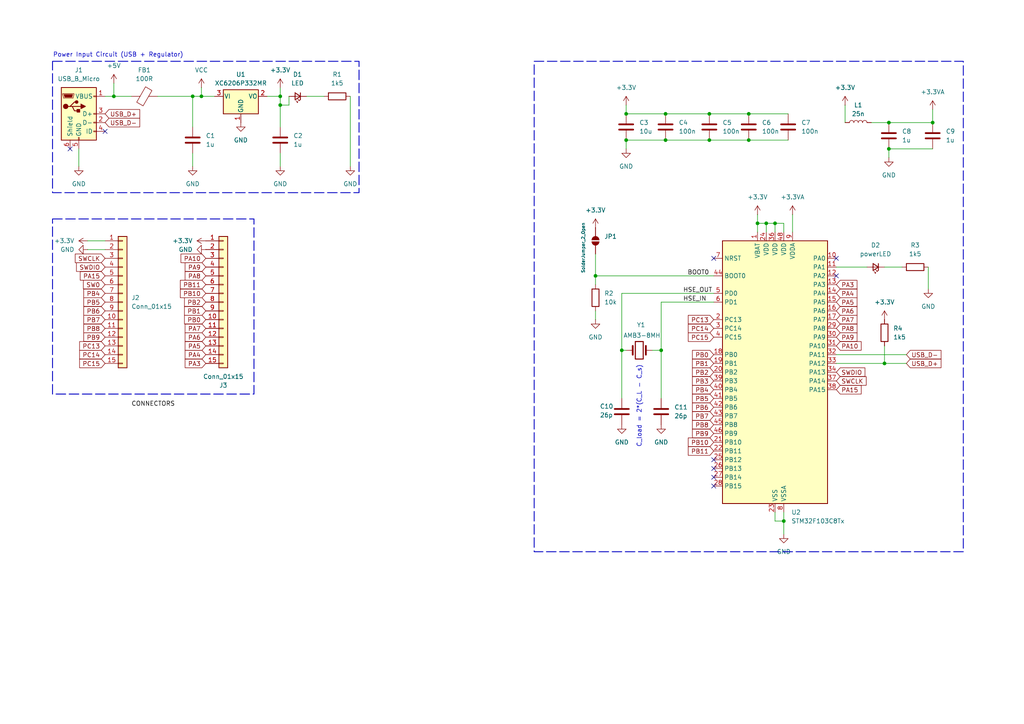
<source format=kicad_sch>
(kicad_sch (version 20231120) (generator "eeschema") (generator_version "8.0")
  (paper "A4")
  (lib_symbols
    (symbol "Connector:USB_B_Micro" (pin_names (offset 1.016))
      (property "Reference" "J" (at -5.08 11.43 0))
      (property "Value" "USB_B_Micro" (at -5.08 8.89 0))
      (symbol "USB_B_Micro_0_1"
        (rectangle (start -5.08 -7.62) (end 5.08 7.62) (stroke (width 0.254)) (fill (type background)))
        (circle (center -3.81 2.159) (radius 0.635) (stroke (width 0.254)) (fill (type outline)))
        (circle (center -0.635 3.429) (radius 0.381) (stroke (width 0.254)) (fill (type outline)))
        (rectangle (start -0.127 -7.62) (end 0.127 -6.858))
        (polyline (pts (xy -1.905 2.159) (xy 0.635 2.159)) (stroke (width 0.254)))
        (polyline (pts (xy -3.175 2.159) (xy -2.54 2.159) (xy -1.27 3.429) (xy -0.635 3.429)) (stroke (width 0.254)))
        (polyline (pts (xy -2.54 2.159) (xy -1.905 2.159) (xy -1.27 0.889) (xy 0 0.889)) (stroke (width 0.254)))
        (polyline (pts (xy 0.635 2.794) (xy 0.635 1.524) (xy 1.905 2.159) (xy 0.635 2.794)) (stroke (width 0.254)) (fill (type outline)))
        (polyline (pts (xy -4.318 5.588) (xy -1.778 5.588) (xy -2.032 4.826) (xy -4.064 4.826) (xy -4.318 5.588)) (fill (type outline)))
        (polyline (pts (xy -4.699 5.842) (xy -4.699 5.588) (xy -4.445 4.826) (xy -4.445 4.572) (xy -1.651 4.572) (xy -1.651 4.826) (xy -1.397 5.588) (xy -1.397 5.842) (xy -4.699 5.842)))
        (rectangle (start 0.254 1.27) (end -0.508 0.508) (stroke (width 0.254)) (fill (type outline)))
        (rectangle (start 5.08 -5.207) (end 4.318 -4.953))
        (rectangle (start 5.08 -2.667) (end 4.318 -2.413))
        (rectangle (start 5.08 -0.127) (end 4.318 0.127))
        (rectangle (start 5.08 4.953) (end 4.318 5.207))
      )
      (symbol "USB_B_Micro_1_1"
        (pin power_out line (at 7.62 5.08 180) (length 2.54) (name "VBUS") (number "1"))
        (pin bidirectional line (at 7.62 -2.54 180) (length 2.54) (name "D-") (number "2"))
        (pin bidirectional line (at 7.62 0 180) (length 2.54) (name "D+") (number "3"))
        (pin passive line (at 7.62 -5.08 180) (length 2.54) (name "ID") (number "4"))
        (pin power_out line (at 0 -10.16 90) (length 2.54) (name "GND") (number "5"))
        (pin passive line (at -2.54 -10.16 90) (length 2.54) (name "Shield") (number "6"))
      )
    )
    (symbol "Connector_Generic:Conn_01x15" (pin_names (offset 1.016) hide)
      (property "Reference" "J" (at 0 20.32 0))
      (property "Value" "Conn_01x15" (at 0 -20.32 0))
      (symbol "Conn_01x15_1_1"
        (rectangle (start -1.27 -17.653) (end 0 -17.907) (stroke (width 0.1524)))
        (rectangle (start -1.27 -15.113) (end 0 -15.367) (stroke (width 0.1524)))
        (rectangle (start -1.27 -12.573) (end 0 -12.827) (stroke (width 0.1524)))
        (rectangle (start -1.27 -10.033) (end 0 -10.287) (stroke (width 0.1524)))
        (rectangle (start -1.27 -7.493) (end 0 -7.747) (stroke (width 0.1524)))
        (rectangle (start -1.27 -4.953) (end 0 -5.207) (stroke (width 0.1524)))
        (rectangle (start -1.27 -2.413) (end 0 -2.667) (stroke (width 0.1524)))
        (rectangle (start -1.27 0.127) (end 0 -0.127) (stroke (width 0.1524)))
        (rectangle (start -1.27 2.667) (end 0 2.413) (stroke (width 0.1524)))
        (rectangle (start -1.27 5.207) (end 0 4.953) (stroke (width 0.1524)))
        (rectangle (start -1.27 7.747) (end 0 7.493) (stroke (width 0.1524)))
        (rectangle (start -1.27 10.287) (end 0 10.033) (stroke (width 0.1524)))
        (rectangle (start -1.27 12.827) (end 0 12.573) (stroke (width 0.1524)))
        (rectangle (start -1.27 15.367) (end 0 15.113) (stroke (width 0.1524)))
        (rectangle (start -1.27 17.907) (end 0 17.653) (stroke (width 0.1524)))
        (rectangle (start -1.27 19.05) (end 1.27 -19.05) (stroke (width 0.254)) (fill (type background)))
        (pin passive line (at -5.08 17.78 0) (length 3.81) (name "Pin_1") (number "1"))
        (pin passive line (at -5.08 -5.08 0) (length 3.81) (name "Pin_10") (number "10"))
        (pin passive line (at -5.08 -7.62 0) (length 3.81) (name "Pin_11") (number "11"))
        (pin passive line (at -5.08 -10.16 0) (length 3.81) (name "Pin_12") (number "12"))
        (pin passive line (at -5.08 -12.7 0) (length 3.81) (name "Pin_13") (number "13"))
        (pin passive line (at -5.08 -15.24 0) (length 3.81) (name "Pin_14") (number "14"))
        (pin passive line (at -5.08 -17.78 0) (length 3.81) (name "Pin_15") (number "15"))
        (pin passive line (at -5.08 15.24 0) (length 3.81) (name "Pin_2") (number "2"))
        (pin passive line (at -5.08 12.7 0) (length 3.81) (name "Pin_3") (number "3"))
        (pin passive line (at -5.08 10.16 0) (length 3.81) (name "Pin_4") (number "4"))
        (pin passive line (at -5.08 7.62 0) (length 3.81) (name "Pin_5") (number "5"))
        (pin passive line (at -5.08 5.08 0) (length 3.81) (name "Pin_6") (number "6"))
        (pin passive line (at -5.08 2.54 0) (length 3.81) (name "Pin_7") (number "7"))
        (pin passive line (at -5.08 0 0) (length 3.81) (name "Pin_8") (number "8"))
        (pin passive line (at -5.08 -2.54 0) (length 3.81) (name "Pin_9") (number "9"))
      )
    )
    (symbol "Device:C" (pin_numbers hide) (pin_names (offset 0.254))
      (property "Reference" "C" (at 0.635 2.54 0))
      (property "Value" "C" (at 0.635 -2.54 0))
      (symbol "C_0_1"
        (polyline (pts (xy -2.032 -0.762) (xy 2.032 -0.762)) (stroke (width 0.508)))
        (polyline (pts (xy -2.032 0.762) (xy 2.032 0.762)) (stroke (width 0.508)))
      )
      (symbol "C_1_1"
        (pin passive line (at 0 3.81 270) (length 2.794) (name "~") (number "1"))
        (pin passive line (at 0 -3.81 90) (length 2.794) (name "~") (number "2"))
      )
    )
    (symbol "Device:Crystal" (pin_numbers hide) (pin_names (offset 1.016) hide)
      (property "Reference" "Y" (at 0 3.81 0))
      (property "Value" "Crystal" (at 0 -3.81 0))
      (symbol "Crystal_0_1"
        (rectangle (start -1.143 2.54) (end 1.143 -2.54) (stroke (width 0.3048)))
        (polyline (pts (xy -2.54 0) (xy -1.905 0)))
        (polyline (pts (xy -1.905 -1.27) (xy -1.905 1.27)) (stroke (width 0.508)))
        (polyline (pts (xy 1.905 -1.27) (xy 1.905 1.27)) (stroke (width 0.508)))
        (polyline (pts (xy 2.54 0) (xy 1.905 0)))
      )
      (symbol "Crystal_1_1"
        (pin passive line (at -3.81 0 0) (length 1.27) (name "1") (number "1"))
        (pin passive line (at 3.81 0 180) (length 1.27) (name "2") (number "2"))
      )
    )
    (symbol "Device:FerriteBead" (pin_numbers hide) (pin_names (offset 0))
      (property "Reference" "FB" (at -3.81 0.635 90))
      (property "Value" "FerriteBead" (at 3.81 0 90))
      (symbol "FerriteBead_0_1"
        (polyline (pts (xy 0 -1.27) (xy 0 -1.2192)))
        (polyline (pts (xy 0 1.27) (xy 0 1.2954)))
        (polyline (pts (xy -2.7686 0.4064) (xy -1.7018 2.2606) (xy 2.7686 -0.3048) (xy 1.6764 -2.159) (xy -2.7686 0.4064)))
      )
      (symbol "FerriteBead_1_1"
        (pin passive line (at 0 3.81 270) (length 2.54) (name "~") (number "1"))
        (pin passive line (at 0 -3.81 90) (length 2.54) (name "~") (number "2"))
      )
    )
    (symbol "Device:L" (pin_numbers hide) (pin_names (offset 1.016) hide)
      (property "Reference" "L" (at -1.27 0 90))
      (property "Value" "L" (at 1.905 0 90))
      (symbol "L_0_1"
        (arc (start 0 -2.54) (mid 0.6323 -1.905) (end 0 -1.27))
        (arc (start 0 -1.27) (mid 0.6323 -0.635) (end 0 0))
        (arc (start 0 0) (mid 0.6323 0.635) (end 0 1.27))
        (arc (start 0 1.27) (mid 0.6323 1.905) (end 0 2.54))
      )
      (symbol "L_1_1"
        (pin passive line (at 0 3.81 270) (length 1.27) (name "1") (number "1"))
        (pin passive line (at 0 -3.81 90) (length 1.27) (name "2") (number "2"))
      )
    )
    (symbol "Device:LED_Small" (pin_numbers hide) (pin_names (offset 0.254) hide)
      (property "Reference" "D" (at -1.27 3.175 0))
      (property "Value" "LED_Small" (at -4.445 -2.54 0))
      (symbol "LED_Small_0_1"
        (polyline (pts (xy -0.762 -1.016) (xy -0.762 1.016)) (stroke (width 0.254)))
        (polyline (pts (xy 1.016 0) (xy -0.762 0)))
        (polyline (pts (xy 0.762 -1.016) (xy -0.762 0) (xy 0.762 1.016) (xy 0.762 -1.016)) (stroke (width 0.254)))
        (polyline (pts (xy 0 0.762) (xy -0.508 1.27) (xy -0.254 1.27) (xy -0.508 1.27) (xy -0.508 1.016)))
        (polyline (pts (xy 0.508 1.27) (xy 0 1.778) (xy 0.254 1.778) (xy 0 1.778) (xy 0 1.524)))
      )
      (symbol "LED_Small_1_1"
        (pin passive line (at -2.54 0 0) (length 1.778) (name "K") (number "1"))
        (pin passive line (at 2.54 0 180) (length 1.778) (name "A") (number "2"))
      )
    )
    (symbol "Device:R" (pin_numbers hide) (pin_names (offset 0))
      (property "Reference" "R" (at 2.032 0 90))
      (property "Value" "R" (at 0 0 90))
      (symbol "R_0_1"
        (rectangle (start -1.016 -2.54) (end 1.016 2.54) (stroke (width 0.254)))
      )
      (symbol "R_1_1"
        (pin passive line (at 0 3.81 270) (length 1.27) (name "~") (number "1"))
        (pin passive line (at 0 -3.81 90) (length 1.27) (name "~") (number "2"))
      )
    )
    (symbol "Jumper:SolderJumper_2_Open" (pin_numbers hide) (pin_names (offset 0) hide) (exclude_from_sim yes) (in_bom no)
      (property "Reference" "JP" (at 0 2.032 0))
      (property "Value" "SolderJumper_2_Open" (at 0 -2.54 0))
      (symbol "SolderJumper_2_Open_0_1"
        (arc (start -0.254 1.016) (mid -1.2656 0) (end -0.254 -1.016))
        (arc (start -0.254 1.016) (mid -1.2656 0) (end -0.254 -1.016) (fill (type outline)))
        (polyline (pts (xy -0.254 1.016) (xy -0.254 -1.016)))
        (polyline (pts (xy 0.254 1.016) (xy 0.254 -1.016)))
        (arc (start 0.254 -1.016) (mid 1.2656 0) (end 0.254 1.016))
        (arc (start 0.254 -1.016) (mid 1.2656 0) (end 0.254 1.016) (fill (type outline)))
      )
      (symbol "SolderJumper_2_Open_1_1"
        (pin passive line (at -3.81 0 0) (length 2.54) (name "A") (number "1"))
        (pin passive line (at 3.81 0 180) (length 2.54) (name "B") (number "2"))
      )
    )
    (symbol "MCU_ST_STM32F1:STM32F103C8Tx"
      (property "Reference" "U" (at -15.24 39.37 0))
      (property "Value" "STM32F103C8Tx" (at 7.62 39.37 0))
      (symbol "STM32F103C8Tx_0_1"
        (rectangle (start -15.24 -38.1) (end 15.24 38.1) (stroke (width 0.254)) (fill (type background)))
      )
      (symbol "STM32F103C8Tx_1_1"
        (pin power_in line (at -5.08 40.64 270) (length 2.54) (name "VBAT") (number "1"))
        (pin bidirectional line (at 17.78 33.02 180) (length 2.54) (name "PA0") (number "10"))
        (pin bidirectional line (at 17.78 30.48 180) (length 2.54) (name "PA1") (number "11"))
        (pin bidirectional line (at 17.78 27.94 180) (length 2.54) (name "PA2") (number "12"))
        (pin bidirectional line (at 17.78 25.4 180) (length 2.54) (name "PA3") (number "13"))
        (pin bidirectional line (at 17.78 22.86 180) (length 2.54) (name "PA4") (number "14"))
        (pin bidirectional line (at 17.78 20.32 180) (length 2.54) (name "PA5") (number "15"))
        (pin bidirectional line (at 17.78 17.78 180) (length 2.54) (name "PA6") (number "16"))
        (pin bidirectional line (at 17.78 15.24 180) (length 2.54) (name "PA7") (number "17"))
        (pin bidirectional line (at -17.78 5.08 0) (length 2.54) (name "PB0") (number "18"))
        (pin bidirectional line (at -17.78 2.54 0) (length 2.54) (name "PB1") (number "19"))
        (pin bidirectional line (at -17.78 15.24 0) (length 2.54) (name "PC13") (number "2"))
        (pin bidirectional line (at -17.78 0 0) (length 2.54) (name "PB2") (number "20"))
        (pin bidirectional line (at -17.78 -20.32 0) (length 2.54) (name "PB10") (number "21"))
        (pin bidirectional line (at -17.78 -22.86 0) (length 2.54) (name "PB11") (number "22"))
        (pin power_in line (at 0 -40.64 90) (length 2.54) (name "VSS") (number "23"))
        (pin power_in line (at -2.54 40.64 270) (length 2.54) (name "VDD") (number "24"))
        (pin bidirectional line (at -17.78 -25.4 0) (length 2.54) (name "PB12") (number "25"))
        (pin bidirectional line (at -17.78 -27.94 0) (length 2.54) (name "PB13") (number "26"))
        (pin bidirectional line (at -17.78 -30.48 0) (length 2.54) (name "PB14") (number "27"))
        (pin bidirectional line (at -17.78 -33.02 0) (length 2.54) (name "PB15") (number "28"))
        (pin bidirectional line (at 17.78 12.7 180) (length 2.54) (name "PA8") (number "29"))
        (pin bidirectional line (at -17.78 12.7 0) (length 2.54) (name "PC14") (number "3"))
        (pin bidirectional line (at 17.78 10.16 180) (length 2.54) (name "PA9") (number "30"))
        (pin bidirectional line (at 17.78 7.62 180) (length 2.54) (name "PA10") (number "31"))
        (pin bidirectional line (at 17.78 5.08 180) (length 2.54) (name "PA11") (number "32"))
        (pin bidirectional line (at 17.78 2.54 180) (length 2.54) (name "PA12") (number "33"))
        (pin bidirectional line (at 17.78 0 180) (length 2.54) (name "PA13") (number "34"))
        (pin passive line (at 0 -40.64 90) (length 2.54) hide (name "VSS") (number "35"))
        (pin power_in line (at 0 40.64 270) (length 2.54) (name "VDD") (number "36"))
        (pin bidirectional line (at 17.78 -2.54 180) (length 2.54) (name "PA14") (number "37"))
        (pin bidirectional line (at 17.78 -5.08 180) (length 2.54) (name "PA15") (number "38"))
        (pin bidirectional line (at -17.78 -2.54 0) (length 2.54) (name "PB3") (number "39"))
        (pin bidirectional line (at -17.78 10.16 0) (length 2.54) (name "PC15") (number "4"))
        (pin bidirectional line (at -17.78 -5.08 0) (length 2.54) (name "PB4") (number "40"))
        (pin bidirectional line (at -17.78 -7.62 0) (length 2.54) (name "PB5") (number "41"))
        (pin bidirectional line (at -17.78 -10.16 0) (length 2.54) (name "PB6") (number "42"))
        (pin bidirectional line (at -17.78 -12.7 0) (length 2.54) (name "PB7") (number "43"))
        (pin input line (at -17.78 27.94 0) (length 2.54) (name "BOOT0") (number "44"))
        (pin bidirectional line (at -17.78 -15.24 0) (length 2.54) (name "PB8") (number "45"))
        (pin bidirectional line (at -17.78 -17.78 0) (length 2.54) (name "PB9") (number "46"))
        (pin passive line (at 0 -40.64 90) (length 2.54) hide (name "VSS") (number "47"))
        (pin power_in line (at 2.54 40.64 270) (length 2.54) (name "VDD") (number "48"))
        (pin bidirectional line (at -17.78 22.86 0) (length 2.54) (name "PD0") (number "5"))
        (pin bidirectional line (at -17.78 20.32 0) (length 2.54) (name "PD1") (number "6"))
        (pin input line (at -17.78 33.02 0) (length 2.54) (name "NRST") (number "7"))
        (pin power_in line (at 2.54 -40.64 90) (length 2.54) (name "VSSA") (number "8"))
        (pin power_in line (at 5.08 40.64 270) (length 2.54) (name "VDDA") (number "9"))
      )
    )
    (symbol "Regulator_Linear:XC6206PxxxMR" (pin_names (offset 0.254))
      (property "Reference" "U" (at -3.81 3.175 0))
      (property "Value" "XC6206PxxxMR" (at 0 3.175 0))
      (symbol "XC6206PxxxMR_0_1"
        (rectangle (start -5.08 1.905) (end 5.08 -5.08) (stroke (width 0.254)) (fill (type background)))
      )
      (symbol "XC6206PxxxMR_1_1"
        (pin power_in line (at 0 -7.62 90) (length 2.54) (name "GND") (number "1"))
        (pin power_out line (at 7.62 0 180) (length 2.54) (name "VO") (number "2"))
        (pin power_in line (at -7.62 0 0) (length 2.54) (name "VI") (number "3"))
      )
    )
    (symbol "power:+3.3V" (power) (pin_numbers hide) (pin_names (offset 0) hide)
      (property "Value" "+3.3V" (at 0 3.556 0))
      (symbol "+3.3V_0_1"
        (polyline (pts (xy -0.762 1.27) (xy 0 2.54)))
        (polyline (pts (xy 0 0) (xy 0 2.54)))
        (polyline (pts (xy 0 2.54) (xy 0.762 1.27)))
      )
      (symbol "+3.3V_1_1"
        (pin power_in line (at 0 0 90) (length 0) (name "~") (number "1"))
      )
    )
    (symbol "power:+5V" (power) (pin_numbers hide) (pin_names (offset 0) hide)
      (property "Value" "+5V" (at 0 3.556 0))
      (symbol "+5V_0_1"
        (polyline (pts (xy -0.762 1.27) (xy 0 2.54)))
        (polyline (pts (xy 0 0) (xy 0 2.54)))
        (polyline (pts (xy 0 2.54) (xy 0.762 1.27)))
      )
      (symbol "+5V_1_1"
        (pin power_in line (at 0 0 90) (length 0) (name "~") (number "1"))
      )
    )
    (symbol "power:GND" (power) (pin_numbers hide) (pin_names (offset 0) hide)
      (property "Value" "GND" (at 0 -3.81 0))
      (symbol "GND_0_1"
        (polyline (pts (xy 0 0) (xy 0 -1.27) (xy 1.27 -1.27) (xy 0 -2.54) (xy -1.27 -1.27) (xy 0 -1.27)))
      )
      (symbol "GND_1_1"
        (pin power_in line (at 0 0 270) (length 0) (name "~") (number "1"))
      )
    )
    (symbol "power:VCC" (power) (pin_numbers hide) (pin_names (offset 0) hide)
      (property "Value" "VCC" (at 0 3.556 0))
      (symbol "VCC_0_1"
        (polyline (pts (xy -0.762 1.27) (xy 0 2.54)))
        (polyline (pts (xy 0 0) (xy 0 2.54)))
        (polyline (pts (xy 0 2.54) (xy 0.762 1.27)))
      )
      (symbol "VCC_1_1"
        (pin power_in line (at 0 0 90) (length 0) (name "~") (number "1"))
      )
    )
  )
  (junction (at 193.04 33.02))
  (junction (at 217.17 40.64))
  (junction (at 191.77 101.6))
  (junction (at 270.51 35.56))
  (junction (at 193.04 40.64))
  (junction (at 81.28 27.94))
  (junction (at 224.79 64.77))
  (junction (at 205.74 40.64))
  (junction (at 219.71 64.77))
  (junction (at 227.33 151.13))
  (junction (at 222.25 64.77))
  (junction (at 58.42 27.94))
  (junction (at 181.61 40.64))
  (junction (at 33.02 27.94))
  (junction (at 217.17 33.02))
  (junction (at 172.72 80.01))
  (junction (at 257.81 43.18))
  (junction (at 180.34 101.6))
  (junction (at 181.61 33.02))
  (junction (at 81.28 30.48))
  (junction (at 205.74 33.02))
  (junction (at 257.81 35.56))
  (junction (at 256.54 105.41))
  (junction (at 55.88 27.94))
  (no_connect (at 207.01 135.89))
  (no_connect (at 207.01 138.43))
  (no_connect (at 30.48 38.1))
  (no_connect (at 242.57 74.93))
  (no_connect (at 20.32 43.18))
  (no_connect (at 207.01 74.93))
  (no_connect (at 242.57 80.01))
  (no_connect (at 207.01 133.35))
  (no_connect (at 207.01 140.97))
  (wire (pts (xy 181.61 40.64) (xy 193.04 40.64)))
  (wire (pts (xy 227.33 67.31) (xy 227.33 64.77)))
  (wire (pts (xy 81.28 30.48) (xy 81.28 36.83)))
  (wire (pts (xy 81.28 48.26) (xy 81.28 44.45)))
  (wire (pts (xy 205.74 33.02) (xy 217.17 33.02)))
  (wire (pts (xy 101.6 27.94) (xy 101.6 48.26)))
  (wire (pts (xy 256.54 100.33) (xy 256.54 105.41)))
  (wire (pts (xy 224.79 64.77) (xy 222.25 64.77)))
  (wire (pts (xy 180.34 101.6) (xy 180.34 115.57)))
  (wire (pts (xy 45.72 27.94) (xy 55.88 27.94)))
  (wire (pts (xy 227.33 151.13) (xy 224.79 151.13)))
  (wire (pts (xy 22.86 43.18) (xy 22.86 48.26)))
  (wire (pts (xy 181.61 30.48) (xy 181.61 33.02)))
  (wire (pts (xy 172.72 90.17) (xy 172.72 92.71)))
  (wire (pts (xy 270.51 31.75) (xy 270.51 35.56)))
  (wire (pts (xy 191.77 87.63) (xy 207.01 87.63)))
  (wire (pts (xy 181.61 33.02) (xy 193.04 33.02)))
  (wire (pts (xy 219.71 64.77) (xy 219.71 67.31)))
  (wire (pts (xy 30.48 27.94) (xy 33.02 27.94)))
  (wire (pts (xy 83.82 27.94) (xy 83.82 30.48)))
  (wire (pts (xy 224.79 148.59) (xy 224.79 151.13)))
  (wire (pts (xy 242.57 77.47) (xy 251.46 77.47)))
  (wire (pts (xy 193.04 33.02) (xy 205.74 33.02)))
  (wire (pts (xy 172.72 80.01) (xy 207.01 80.01)))
  (wire (pts (xy 77.47 27.94) (xy 81.28 27.94)))
  (wire (pts (xy 257.81 43.18) (xy 257.81 45.72)))
  (wire (pts (xy 191.77 101.6) (xy 191.77 115.57)))
  (wire (pts (xy 222.25 67.31) (xy 222.25 64.77)))
  (wire (pts (xy 172.72 73.66) (xy 172.72 80.01)))
  (wire (pts (xy 33.02 24.13) (xy 33.02 27.94)))
  (wire (pts (xy 252.73 35.56) (xy 257.81 35.56)))
  (wire (pts (xy 191.77 87.63) (xy 191.77 101.6)))
  (wire (pts (xy 180.34 85.09) (xy 180.34 101.6)))
  (wire (pts (xy 205.74 40.64) (xy 217.17 40.64)))
  (wire (pts (xy 58.42 25.4) (xy 58.42 27.94)))
  (wire (pts (xy 88.9 27.94) (xy 93.98 27.94)))
  (wire (pts (xy 217.17 33.02) (xy 228.6 33.02)))
  (wire (pts (xy 257.81 35.56) (xy 270.51 35.56)))
  (wire (pts (xy 58.42 27.94) (xy 62.23 27.94)))
  (wire (pts (xy 55.88 27.94) (xy 58.42 27.94)))
  (wire (pts (xy 222.25 64.77) (xy 219.71 64.77)))
  (wire (pts (xy 224.79 67.31) (xy 224.79 64.77)))
  (wire (pts (xy 55.88 44.45) (xy 55.88 48.26)))
  (wire (pts (xy 33.02 27.94) (xy 38.1 27.94)))
  (wire (pts (xy 227.33 151.13) (xy 227.33 154.94)))
  (wire (pts (xy 172.72 80.01) (xy 172.72 82.55)))
  (wire (pts (xy 256.54 77.47) (xy 261.62 77.47)))
  (wire (pts (xy 242.57 105.41) (xy 256.54 105.41)))
  (wire (pts (xy 181.61 40.64) (xy 181.61 43.18)))
  (wire (pts (xy 257.81 43.18) (xy 270.51 43.18)))
  (wire (pts (xy 229.87 62.23) (xy 229.87 67.31)))
  (wire (pts (xy 25.4 69.85) (xy 30.48 69.85)))
  (wire (pts (xy 269.24 83.82) (xy 269.24 77.47)))
  (wire (pts (xy 227.33 64.77) (xy 224.79 64.77)))
  (wire (pts (xy 180.34 101.6) (xy 181.61 101.6)))
  (wire (pts (xy 81.28 27.94) (xy 81.28 30.48)))
  (wire (pts (xy 189.23 101.6) (xy 191.77 101.6)))
  (wire (pts (xy 180.34 85.09) (xy 207.01 85.09)))
  (wire (pts (xy 219.71 62.23) (xy 219.71 64.77)))
  (wire (pts (xy 217.17 40.64) (xy 228.6 40.64)))
  (wire (pts (xy 227.33 148.59) (xy 227.33 151.13)))
  (wire (pts (xy 83.82 30.48) (xy 81.28 30.48)))
  (wire (pts (xy 242.57 102.87) (xy 262.89 102.87)))
  (wire (pts (xy 25.4 72.39) (xy 30.48 72.39)))
  (wire (pts (xy 81.28 25.4) (xy 81.28 27.94)))
  (wire (pts (xy 245.11 30.48) (xy 245.11 35.56)))
  (wire (pts (xy 256.54 105.41) (xy 262.89 105.41)))
  (wire (pts (xy 193.04 40.64) (xy 205.74 40.64)))
  (wire (pts (xy 55.88 36.83) (xy 55.88 27.94)))
  (rectangle (start 154.94 17.78) (end 279.4 160.02) (stroke (width 0.254) (type dash)))
  (rectangle (start 15.24 63.5) (end 73.66 114.3) (stroke (width 0.254) (type dash)))
  (rectangle (start 15.24 17.78) (end 104.14 55.88) (stroke (width 0.254) (type dash)))
  (text "Power Input Circuit (USB + Regulator)" (at 34.29 16.002 0) (effects (font (size 1.27 1.27))))
  (text "C_load = 2*(C_L - C_s)" (at 185.42 117.856 90) (effects (font (size 1.27 1.27))))
  (label "CONNECTORS" (at 38.1 118.11 0))
  (label "HSE_OUT" (at 198.12 85.09 0))
  (label "HSE_IN" (at 198.12 87.63 0))
  (label "BOOT0" (at 199.39 80.01 0))
  (global_label "PB0" (shape input) (at 59.69 92.71 180) (property "Intersheetrefs" "${INTERSHEET_REFS}" (effects (hide yes))))
  (global_label "PA5" (shape input) (at 242.57 87.63 0) (property "Intersheetrefs" "${INTERSHEET_REFS}" (effects (hide yes))))
  (global_label "PB11" (shape input) (at 207.01 130.81 180) (property "Intersheetrefs" "${INTERSHEET_REFS}" (effects (hide yes))))
  (global_label "PC15" (shape input) (at 207.01 97.79 180) (property "Intersheetrefs" "${INTERSHEET_REFS}" (effects (hide yes))))
  (global_label "PB6" (shape input) (at 30.48 90.17 180) (property "Intersheetrefs" "${INTERSHEET_REFS}" (effects (hide yes))))
  (global_label "PB4" (shape input) (at 30.48 85.09 180) (property "Intersheetrefs" "${INTERSHEET_REFS}" (effects (hide yes))))
  (global_label "PB11" (shape input) (at 59.69 82.55 180) (property "Intersheetrefs" "${INTERSHEET_REFS}" (effects (hide yes))))
  (global_label "SWDIO" (shape input) (at 242.57 107.95 0) (property "Intersheetrefs" "${INTERSHEET_REFS}" (effects (hide yes))))
  (global_label "PB3" (shape input) (at 207.01 110.49 180) (property "Intersheetrefs" "${INTERSHEET_REFS}" (effects (hide yes))))
  (global_label "PC15" (shape input) (at 30.48 105.41 180) (property "Intersheetrefs" "${INTERSHEET_REFS}" (effects (hide yes))))
  (global_label "PB8" (shape input) (at 30.48 95.25 180) (property "Intersheetrefs" "${INTERSHEET_REFS}" (effects (hide yes))))
  (global_label "USB_D-" (shape input) (at 262.89 102.87 0) (property "Intersheetrefs" "${INTERSHEET_REFS}" (effects (hide yes))))
  (global_label "PB8" (shape input) (at 207.01 123.19 180) (property "Intersheetrefs" "${INTERSHEET_REFS}" (effects (hide yes))))
  (global_label "PB0" (shape input) (at 207.01 102.87 180) (property "Intersheetrefs" "${INTERSHEET_REFS}" (effects (hide yes))))
  (global_label "PA15" (shape input) (at 30.48 80.01 180) (property "Intersheetrefs" "${INTERSHEET_REFS}" (effects (hide yes))))
  (global_label "SWDIO" (shape input) (at 30.48 77.47 180) (property "Intersheetrefs" "${INTERSHEET_REFS}" (effects (hide yes))))
  (global_label "PA3" (shape input) (at 242.57 82.55 0) (property "Intersheetrefs" "${INTERSHEET_REFS}" (effects (hide yes))))
  (global_label "PA9" (shape input) (at 242.57 97.79 0) (property "Intersheetrefs" "${INTERSHEET_REFS}" (effects (hide yes))))
  (global_label "PA10" (shape input) (at 59.69 74.93 180) (property "Intersheetrefs" "${INTERSHEET_REFS}" (effects (hide yes))))
  (global_label "PB5" (shape input) (at 207.01 115.57 180) (property "Intersheetrefs" "${INTERSHEET_REFS}" (effects (hide yes))))
  (global_label "PA5" (shape input) (at 59.69 100.33 180) (property "Intersheetrefs" "${INTERSHEET_REFS}" (effects (hide yes))))
  (global_label "PA9" (shape input) (at 59.69 77.47 180) (property "Intersheetrefs" "${INTERSHEET_REFS}" (effects (hide yes))))
  (global_label "PA3" (shape input) (at 59.69 105.41 180) (property "Intersheetrefs" "${INTERSHEET_REFS}" (effects (hide yes))))
  (global_label "PA15" (shape input) (at 242.57 113.03 0) (property "Intersheetrefs" "${INTERSHEET_REFS}" (effects (hide yes))))
  (global_label "PA6" (shape input) (at 242.57 90.17 0) (property "Intersheetrefs" "${INTERSHEET_REFS}" (effects (hide yes))))
  (global_label "PB5" (shape input) (at 30.48 87.63 180) (property "Intersheetrefs" "${INTERSHEET_REFS}" (effects (hide yes))))
  (global_label "PB9" (shape input) (at 30.48 97.79 180) (property "Intersheetrefs" "${INTERSHEET_REFS}" (effects (hide yes))))
  (global_label "PC14" (shape input) (at 30.48 102.87 180) (property "Intersheetrefs" "${INTERSHEET_REFS}" (effects (hide yes))))
  (global_label "PB9" (shape input) (at 207.01 125.73 180) (property "Intersheetrefs" "${INTERSHEET_REFS}" (effects (hide yes))))
  (global_label "PB6" (shape input) (at 207.01 118.11 180) (property "Intersheetrefs" "${INTERSHEET_REFS}" (effects (hide yes))))
  (global_label "SWCLK" (shape input) (at 30.48 74.93 180) (property "Intersheetrefs" "${INTERSHEET_REFS}" (effects (hide yes))))
  (global_label "PA8" (shape input) (at 59.69 80.01 180) (property "Intersheetrefs" "${INTERSHEET_REFS}" (effects (hide yes))))
  (global_label "USB_D+" (shape input) (at 30.48 33.02 0) (property "Intersheetrefs" "${INTERSHEET_REFS}" (effects (hide yes))))
  (global_label "PA7" (shape input) (at 59.69 95.25 180) (property "Intersheetrefs" "${INTERSHEET_REFS}" (effects (hide yes))))
  (global_label "PA4" (shape input) (at 59.69 102.87 180) (property "Intersheetrefs" "${INTERSHEET_REFS}" (effects (hide yes))))
  (global_label "PB10" (shape input) (at 207.01 128.27 180) (property "Intersheetrefs" "${INTERSHEET_REFS}" (effects (hide yes))))
  (global_label "USB_D+" (shape input) (at 262.89 105.41 0) (property "Intersheetrefs" "${INTERSHEET_REFS}" (effects (hide yes))))
  (global_label "PA4" (shape input) (at 242.57 85.09 0) (property "Intersheetrefs" "${INTERSHEET_REFS}" (effects (hide yes))))
  (global_label "PB7" (shape input) (at 207.01 120.65 180) (property "Intersheetrefs" "${INTERSHEET_REFS}" (effects (hide yes))))
  (global_label "PA7" (shape input) (at 242.57 92.71 0) (property "Intersheetrefs" "${INTERSHEET_REFS}" (effects (hide yes))))
  (global_label "USB_D-" (shape input) (at 30.48 35.56 0) (property "Intersheetrefs" "${INTERSHEET_REFS}" (effects (hide yes))))
  (global_label "PB7" (shape input) (at 30.48 92.71 180) (property "Intersheetrefs" "${INTERSHEET_REFS}" (effects (hide yes))))
  (global_label "SW0" (shape input) (at 30.48 82.55 180) (property "Intersheetrefs" "${INTERSHEET_REFS}" (effects (hide yes))))
  (global_label "PB1" (shape input) (at 59.69 90.17 180) (property "Intersheetrefs" "${INTERSHEET_REFS}" (effects (hide yes))))
  (global_label "PC14" (shape input) (at 207.01 95.25 180) (property "Intersheetrefs" "${INTERSHEET_REFS}" (effects (hide yes))))
  (global_label "PB4" (shape input) (at 207.01 113.03 180) (property "Intersheetrefs" "${INTERSHEET_REFS}" (effects (hide yes))))
  (global_label "PB1" (shape input) (at 207.01 105.41 180) (property "Intersheetrefs" "${INTERSHEET_REFS}" (effects (hide yes))))
  (global_label "PA6" (shape input) (at 59.69 97.79 180) (property "Intersheetrefs" "${INTERSHEET_REFS}" (effects (hide yes))))
  (global_label "PB2" (shape input) (at 207.01 107.95 180) (property "Intersheetrefs" "${INTERSHEET_REFS}" (effects (hide yes))))
  (global_label "PA10" (shape input) (at 242.57 100.33 0) (property "Intersheetrefs" "${INTERSHEET_REFS}" (effects (hide yes))))
  (global_label "PC13" (shape input) (at 30.48 100.33 180) (property "Intersheetrefs" "${INTERSHEET_REFS}" (effects (hide yes))))
  (global_label "SWCLK" (shape input) (at 242.57 110.49 0) (property "Intersheetrefs" "${INTERSHEET_REFS}" (effects (hide yes))))
  (global_label "PC13" (shape input) (at 207.01 92.71 180) (property "Intersheetrefs" "${INTERSHEET_REFS}" (effects (hide yes))))
  (global_label "PA8" (shape input) (at 242.57 95.25 0) (property "Intersheetrefs" "${INTERSHEET_REFS}" (effects (hide yes))))
  (global_label "PB10" (shape input) (at 59.69 85.09 180) (property "Intersheetrefs" "${INTERSHEET_REFS}" (effects (hide yes))))
  (global_label "PB2" (shape input) (at 59.69 87.63 180) (property "Intersheetrefs" "${INTERSHEET_REFS}" (effects (hide yes))))
  (symbol (lib_id "power:GND") (at 172.72 92.71 0) (unit 1)
    (property "Reference" "#PWR016" (effects (hide yes)))
    (property "Value" "GND" (at 172.72 97.79 0))
    (property "Description" "Power symbol creates a global label with name \"GND\" , ground" (effects (hide yes)))
  )
  (symbol (lib_id "Device:C") (at 191.77 119.38 0) (unit 1)
    (property "Reference" "C11" (at 195.58 118.1099 0) (effects (justify left)))
    (property "Value" "26p" (at 195.58 120.6499 0) (effects (justify left)))
    (property "Footprint" "Capacitor_SMD:C_0402_1005Metric" (effects (hide yes)))
    (property "Description" "Unpolarized capacitor" (effects (hide yes)))
  )
  (symbol (lib_id "Device:C") (at 81.28 40.64 0) (unit 1)
    (property "Reference" "C2" (at 85.09 39.3699 0) (effects (justify left)))
    (property "Value" "1u" (at 85.09 41.9099 0) (effects (justify left)))
    (property "Footprint" "Capacitor_SMD:C_0603_1608Metric" (effects (hide yes)))
    (property "Description" "Unpolarized capacitor" (effects (hide yes)))
  )
  (symbol (lib_id "Device:R") (at 265.43 77.47 90) (unit 1)
    (property "Reference" "R3" (at 265.43 71.12 90))
    (property "Value" "1k5" (at 265.43 73.66 90))
    (property "Footprint" "Resistor_SMD:R_0603_1608Metric" (effects (hide yes)))
    (property "Description" "Resistor" (effects (hide yes)))
  )
  (symbol (lib_id "Device:R") (at 256.54 96.52 180) (unit 1)
    (property "Reference" "R4" (at 259.08 95.2499 0) (effects (justify right)))
    (property "Value" "1k5" (at 259.08 97.7899 0) (effects (justify right)))
    (property "Footprint" "Resistor_SMD:R_0402_1005Metric" (effects (hide yes)))
    (property "Description" "Resistor" (effects (hide yes)))
  )
  (symbol (lib_id "Device:C") (at 228.6 36.83 0) (unit 1)
    (property "Reference" "C7" (at 232.41 35.5599 0) (effects (justify left)))
    (property "Value" "100n" (at 232.41 38.0999 0) (effects (justify left)))
    (property "Footprint" "Capacitor_SMD:C_0402_1005Metric" (effects (hide yes)))
    (property "Description" "Unpolarized capacitor" (effects (hide yes)))
  )
  (symbol (lib_id "Device:C") (at 193.04 36.83 0) (unit 1)
    (property "Reference" "C4" (at 196.85 35.5599 0) (effects (justify left)))
    (property "Value" "100n" (at 196.85 38.0999 0) (effects (justify left)))
    (property "Footprint" "Capacitor_SMD:C_0402_1005Metric" (effects (hide yes)))
    (property "Description" "Unpolarized capacitor" (effects (hide yes)))
  )
  (symbol (lib_id "power:GND") (at 69.85 35.56 0) (unit 1)
    (property "Reference" "#PWR026" (effects (hide yes)))
    (property "Value" "GND" (at 69.85 40.64 0))
    (property "Description" "Power symbol creates a global label with name \"GND\" , ground" (effects (hide yes)))
  )
  (symbol (lib_id "Device:C") (at 180.34 119.38 0) (unit 1)
    (property "Reference" "C10" (at 173.99 117.856 0) (effects (justify left)))
    (property "Value" "26p" (at 173.99 120.396 0) (effects (justify left)))
    (property "Footprint" "Capacitor_SMD:C_0402_1005Metric" (effects (hide yes)))
    (property "Description" "Unpolarized capacitor" (effects (hide yes)))
  )
  (symbol (lib_id "Connector_Generic:Conn_01x15") (at 64.77 87.63 0) (unit 1)
    (property "Reference" "J3" (at 64.77 111.76 0))
    (property "Value" "Conn_01x15" (at 64.77 109.22 0))
    (property "Footprint" "Connector_PinHeader_2.54mm:PinHeader_1x15_P2.54mm_Vertical" (effects (hide yes)))
    (property "Description" "Generic connector, single row, 01x15, script generated (kicad-library-utils/schlib/autogen/connector/)" (effects (hide yes)))
  )
  (symbol (lib_id "power:VCC") (at 58.42 25.4 0) (unit 1)
    (property "Reference" "#PWR03" (effects (hide yes)))
    (property "Value" "VCC" (at 58.42 20.32 0))
    (property "Description" "Power symbol creates a global label with name \"VCC\"" (effects (hide yes)))
  )
  (symbol (lib_id "Device:C") (at 270.51 39.37 0) (unit 1)
    (property "Reference" "C9" (at 274.32 38.0999 0) (effects (justify left)))
    (property "Value" "1u" (at 274.32 40.6399 0) (effects (justify left)))
    (property "Footprint" "Capacitor_SMD:C_0402_1005Metric" (effects (hide yes)))
    (property "Description" "Unpolarized capacitor" (effects (hide yes)))
  )
  (symbol (lib_id "MCU_ST_STM32F1:STM32F103C8Tx") (at 224.79 107.95 0) (unit 1)
    (property "Reference" "U2" (at 229.5241 148.59 0) (effects (justify left)))
    (property "Value" "STM32F103C8Tx" (at 229.5241 151.13 0) (effects (justify left)))
    (property "Footprint" "Package_QFP:LQFP-48_7x7mm_P0.5mm" (effects (hide yes)))
    (property "Datasheet" "https://www.st.com/resource/en/datasheet/stm32f103c8.pdf" (effects (hide yes)))
    (property "Description" "STMicroelectronics Arm Cortex-M3 MCU, 64KB flash, 20KB RAM, 72 MHz, 2.0-3.6V, 37 GPIO, LQFP48" (effects (hide yes)))
  )
  (symbol (lib_id "Device:FerriteBead") (at 41.91 27.94 90) (unit 1)
    (property "Reference" "FB1" (at 41.8592 20.32 90))
    (property "Value" "100R" (at 41.8592 22.86 90))
    (property "Footprint" "Inductor_SMD:L_0805_2012Metric" (effects (hide yes)))
    (property "Description" "Ferrite bead" (effects (hide yes)))
  )
  (symbol (lib_id "Device:C") (at 257.81 39.37 0) (unit 1)
    (property "Reference" "C8" (at 261.62 38.0999 0) (effects (justify left)))
    (property "Value" "1u" (at 261.62 40.6399 0) (effects (justify left)))
    (property "Footprint" "Capacitor_SMD:C_0402_1005Metric" (effects (hide yes)))
    (property "Description" "Unpolarized capacitor" (effects (hide yes)))
  )
  (symbol (lib_id "Device:LED_Small") (at 254 77.47 180) (unit 1)
    (property "Reference" "D2" (at 253.9365 71.12 0))
    (property "Value" "powerLED" (at 253.9365 73.66 0))
    (property "Footprint" "LED_SMD:LED_0201_0603Metric" (effects (hide yes)))
    (property "Description" "Light emitting diode, small symbol" (effects (hide yes)))
  )
  (symbol (lib_id "Device:R") (at 172.72 86.36 180) (unit 1)
    (property "Reference" "R2" (at 175.26 85.0899 0) (effects (justify right)))
    (property "Value" "10k" (at 175.26 87.6299 0) (effects (justify right)))
    (property "Footprint" "Resistor_SMD:R_0402_1005Metric" (effects (hide yes)))
    (property "Description" "Resistor" (effects (hide yes)))
  )
  (symbol (lib_id "Jumper:SolderJumper_2_Open") (at 172.72 69.85 90) (unit 1) (exclude_from_sim yes) (in_bom no)
    (property "Reference" "JP1" (at 175.26 68.5799 90) (effects (justify right)))
    (property "Value" "SolderJumper_2_Open" (at 169.164 64.516 0) (effects (font (size 0.889 0.889)) (justify right)))
    (property "Footprint" "Jumper:SolderJumper-2_P1.3mm_Open_Pad1.0x1.5mm" (effects (hide yes)))
    (property "Description" "Solder Jumper, 2-pole, open" (effects (hide yes)))
  )
  (symbol (lib_id "power:GND") (at 55.88 48.26 0) (unit 1)
    (property "Reference" "#PWR01" (effects (hide yes)))
    (property "Value" "GND" (at 55.88 53.34 0))
    (property "Description" "Power symbol creates a global label with name \"GND\" , ground" (effects (hide yes)))
  )
  (symbol (lib_id "power:GND") (at 81.28 48.26 0) (unit 1)
    (property "Reference" "#PWR07" (effects (hide yes)))
    (property "Value" "GND" (at 81.28 53.34 0))
    (property "Description" "Power symbol creates a global label with name \"GND\" , ground" (effects (hide yes)))
  )
  (symbol (lib_id "power:+3.3V") (at 172.72 66.04 0) (unit 1)
    (property "Reference" "#PWR015" (effects (hide yes)))
    (property "Value" "+3.3V" (at 172.72 60.96 0))
    (property "Description" "Power symbol creates a global label with name \"+3.3V\"" (effects (hide yes)))
  )
  (symbol (lib_id "Device:C") (at 205.74 36.83 0) (unit 1)
    (property "Reference" "C5" (at 209.55 35.5599 0) (effects (justify left)))
    (property "Value" "100n" (at 209.55 38.0999 0) (effects (justify left)))
    (property "Footprint" "Capacitor_SMD:C_0402_1005Metric" (effects (hide yes)))
    (property "Description" "Unpolarized capacitor" (effects (hide yes)))
  )
  (symbol (lib_id "power:GND") (at 181.61 43.18 0) (unit 1)
    (property "Reference" "#PWR08" (effects (hide yes)))
    (property "Value" "GND" (at 181.61 48.26 0))
    (property "Description" "Power symbol creates a global label with name \"GND\" , ground" (effects (hide yes)))
  )
  (symbol (lib_id "power:+5V") (at 33.02 24.13 0) (unit 1)
    (property "Reference" "#PWR02" (effects (hide yes)))
    (property "Value" "+5V" (at 33.02 19.05 0))
    (property "Description" "Power symbol creates a global label with name \"+5V\"" (effects (hide yes)))
  )
  (symbol (lib_id "power:GND") (at 257.81 45.72 0) (unit 1)
    (property "Reference" "#PWR012" (effects (hide yes)))
    (property "Value" "GND" (at 257.81 50.8 0))
    (property "Description" "Power symbol creates a global label with name \"GND\" , ground" (effects (hide yes)))
  )
  (symbol (lib_id "power:+3.3V") (at 256.54 92.71 0) (unit 1)
    (property "Reference" "#PWR019" (effects (hide yes)))
    (property "Value" "+3.3V" (at 256.54 87.63 0))
    (property "Description" "Power symbol creates a global label with name \"+3.3V\"" (effects (hide yes)))
  )
  (symbol (lib_id "power:GND") (at 22.86 48.26 0) (unit 1)
    (property "Reference" "#PWR06" (effects (hide yes)))
    (property "Value" "GND" (at 22.86 53.34 0))
    (property "Description" "Power symbol creates a global label with name \"GND\" , ground" (effects (hide yes)))
  )
  (symbol (lib_id "Regulator_Linear:XC6206PxxxMR") (at 69.85 27.94 0) (unit 1)
    (property "Reference" "U1" (at 69.85 21.59 0))
    (property "Value" "XC6206P332MR" (at 69.85 24.13 0))
    (property "Footprint" "Package_TO_SOT_SMD:SOT-23-3" (effects (hide yes)))
    (property "Datasheet" "https://www.torexsemi.com/file/xc6206/XC6206.pdf" (effects (hide yes)))
    (property "Description" "Positive 60-250mA Low Dropout Regulator, Fixed Output, SOT-23" (effects (hide yes)))
  )
  (symbol (lib_id "Device:LED_Small") (at 86.36 27.94 180) (unit 1)
    (property "Reference" "D1" (at 86.2965 21.59 0))
    (property "Value" "LED" (at 86.2965 24.13 0))
    (property "Footprint" "LED_SMD:LED_0201_0603Metric" (effects (hide yes)))
    (property "Description" "Light emitting diode, small symbol" (effects (hide yes)))
  )
  (symbol (lib_id "power:+3.3V") (at 219.71 62.23 0) (unit 1)
    (property "Reference" "#PWR013" (effects (hide yes)))
    (property "Value" "+3.3V" (at 219.71 57.15 0))
    (property "Description" "Power symbol creates a global label with name \"+3.3V\"" (effects (hide yes)))
  )
  (symbol (lib_id "power:GND") (at 59.69 72.39 270) (unit 1)
    (property "Reference" "#PWR025" (effects (hide yes)))
    (property "Value" "GND" (at 55.88 72.3899 90) (effects (justify right)))
    (property "Description" "Power symbol creates a global label with name \"GND\" , ground" (effects (hide yes)))
  )
  (symbol (lib_id "power:+3.3V") (at 25.4 69.85 90) (unit 1)
    (property "Reference" "#PWR022" (effects (hide yes)))
    (property "Value" "+3.3V" (at 21.59 69.8499 90) (effects (justify left)))
    (property "Description" "Power symbol creates a global label with name \"+3.3V\"" (effects (hide yes)))
  )
  (symbol (lib_id "power:GND") (at 269.24 83.82 0) (unit 1)
    (property "Reference" "#PWR021" (effects (hide yes)))
    (property "Value" "GND" (at 269.24 88.9 0))
    (property "Description" "Power symbol creates a global label with name \"GND\" , ground" (effects (hide yes)))
  )
  (symbol (lib_id "power:+3.3V") (at 181.61 30.48 0) (unit 1)
    (property "Reference" "#PWR09" (effects (hide yes)))
    (property "Value" "+3.3V" (at 181.61 25.4 0))
    (property "Description" "Power symbol creates a global label with name \"+3.3V\"" (effects (hide yes)))
  )
  (symbol (lib_id "Device:R") (at 97.79 27.94 90) (unit 1)
    (property "Reference" "R1" (at 97.79 21.59 90))
    (property "Value" "1k5" (at 97.79 24.13 90))
    (property "Footprint" "Resistor_SMD:R_0603_1608Metric" (effects (hide yes)))
    (property "Description" "Resistor" (effects (hide yes)))
  )
  (symbol (lib_id "power:+3.3V") (at 229.87 62.23 0) (unit 1)
    (property "Reference" "#PWR014" (effects (hide yes)))
    (property "Value" "+3.3VA" (at 229.87 57.15 0))
    (property "Description" "Power symbol creates a global label with name \"+3.3V\"" (effects (hide yes)))
  )
  (symbol (lib_id "Device:L") (at 248.92 35.56 90) (unit 1)
    (property "Reference" "L1" (at 248.92 30.48 90))
    (property "Value" "25n" (at 248.92 33.02 90))
    (property "Footprint" "Inductor_SMD:L_01005_0402Metric" (effects (hide yes)))
    (property "Description" "Inductor" (effects (hide yes)))
  )
  (symbol (lib_id "power:GND") (at 227.33 154.94 0) (unit 1)
    (property "Reference" "#PWR020" (effects (hide yes)))
    (property "Value" "GND" (at 227.33 160.02 0))
    (property "Description" "Power symbol creates a global label with name \"GND\" , ground" (effects (hide yes)))
  )
  (symbol (lib_id "power:+3.3V") (at 245.11 30.48 0) (unit 1)
    (property "Reference" "#PWR010" (effects (hide yes)))
    (property "Value" "+3.3V" (at 245.11 25.4 0))
    (property "Description" "Power symbol creates a global label with name \"+3.3V\"" (effects (hide yes)))
  )
  (symbol (lib_id "power:GND") (at 25.4 72.39 270) (unit 1)
    (property "Reference" "#PWR023" (effects (hide yes)))
    (property "Value" "GND" (at 21.59 72.3899 90) (effects (justify right)))
    (property "Description" "Power symbol creates a global label with name \"GND\" , ground" (effects (hide yes)))
  )
  (symbol (lib_id "power:GND") (at 101.6 48.26 0) (unit 1)
    (property "Reference" "#PWR04" (effects (hide yes)))
    (property "Value" "GND" (at 101.6 53.34 0))
    (property "Description" "Power symbol creates a global label with name \"GND\" , ground" (effects (hide yes)))
  )
  (symbol (lib_id "Connector:USB_B_Micro") (at 22.86 33.02 0) (unit 1)
    (property "Reference" "J1" (at 22.86 20.32 0))
    (property "Value" "USB_B_Micro" (at 22.86 22.86 0))
    (property "Footprint" "Connector_USB:USB_Micro-B_Wuerth_629105150521" (effects (hide yes)))
    (property "Description" "USB Micro Type B connector" (effects (hide yes)))
  )
  (symbol (lib_id "Device:C") (at 181.61 36.83 0) (unit 1)
    (property "Reference" "C3" (at 185.42 35.5599 0) (effects (justify left)))
    (property "Value" "10u" (at 185.42 38.0999 0) (effects (justify left)))
    (property "Footprint" "Capacitor_SMD:C_0603_1608Metric" (effects (hide yes)))
    (property "Description" "Unpolarized capacitor" (effects (hide yes)))
  )
  (symbol (lib_id "power:GND") (at 191.77 123.19 0) (unit 1)
    (property "Reference" "#PWR018" (effects (hide yes)))
    (property "Value" "GND" (at 191.77 128.27 0))
    (property "Description" "Power symbol creates a global label with name \"GND\" , ground" (effects (hide yes)))
  )
  (symbol (lib_id "Device:C") (at 55.88 40.64 0) (unit 1)
    (property "Reference" "C1" (at 59.69 39.3699 0) (effects (justify left)))
    (property "Value" "1u" (at 59.69 41.9099 0) (effects (justify left)))
    (property "Footprint" "Capacitor_SMD:C_0603_1608Metric" (effects (hide yes)))
    (property "Description" "Unpolarized capacitor" (effects (hide yes)))
  )
  (symbol (lib_id "Device:C") (at 217.17 36.83 0) (unit 1)
    (property "Reference" "C6" (at 220.98 35.5599 0) (effects (justify left)))
    (property "Value" "100n" (at 220.98 38.0999 0) (effects (justify left)))
    (property "Footprint" "Capacitor_SMD:C_0402_1005Metric" (effects (hide yes)))
    (property "Description" "Unpolarized capacitor" (effects (hide yes)))
  )
  (symbol (lib_id "power:GND") (at 180.34 123.19 0) (unit 1)
    (property "Reference" "#PWR017" (effects (hide yes)))
    (property "Value" "GND" (at 180.34 128.27 0))
    (property "Description" "Power symbol creates a global label with name \"GND\" , ground" (effects (hide yes)))
  )
  (symbol (lib_id "Device:Crystal") (at 185.42 101.6 0) (unit 1)
    (property "Reference" "Y1" (at 185.928 94.234 0))
    (property "Value" "AMB3-8MH" (at 186.182 97.282 0))
    (property "Footprint" "Crystal:Crystal_SMD_5032-2Pin_5.0x3.2mm" (effects (hide yes)))
    (property "Description" "Two pin crystal" (effects (hide yes)))
  )
  (symbol (lib_id "power:+3.3V") (at 81.28 25.4 0) (unit 1)
    (property "Reference" "#PWR05" (effects (hide yes)))
    (property "Value" "+3.3V" (at 81.28 20.32 0))
    (property "Description" "Power symbol creates a global label with name \"+3.3V\"" (effects (hide yes)))
  )
  (symbol (lib_id "power:+3.3V") (at 59.69 69.85 90) (unit 1)
    (property "Reference" "#PWR024" (effects (hide yes)))
    (property "Value" "+3.3V" (at 55.88 69.8499 90) (effects (justify left)))
    (property "Description" "Power symbol creates a global label with name \"+3.3V\"" (effects (hide yes)))
  )
  (symbol (lib_id "Connector_Generic:Conn_01x15") (at 35.56 87.63 0) (unit 1)
    (property "Reference" "J2" (at 38.1 86.3599 0) (effects (justify left)))
    (property "Value" "Conn_01x15" (at 38.1 88.8999 0) (effects (justify left)))
    (property "Footprint" "Connector_PinHeader_2.54mm:PinHeader_1x15_P2.54mm_Vertical" (effects (hide yes)))
    (property "Description" "Generic connector, single row, 01x15, script generated (kicad-library-utils/schlib/autogen/connector/)" (effects (hide yes)))
  )
  (symbol (lib_id "power:+3.3V") (at 270.51 31.75 0) (unit 1)
    (property "Reference" "#PWR011" (effects (hide yes)))
    (property "Value" "+3.3VA" (at 270.51 26.67 0))
    (property "Description" "Power symbol creates a global label with name \"+3.3V\"" (effects (hide yes)))
  )
)
</source>
